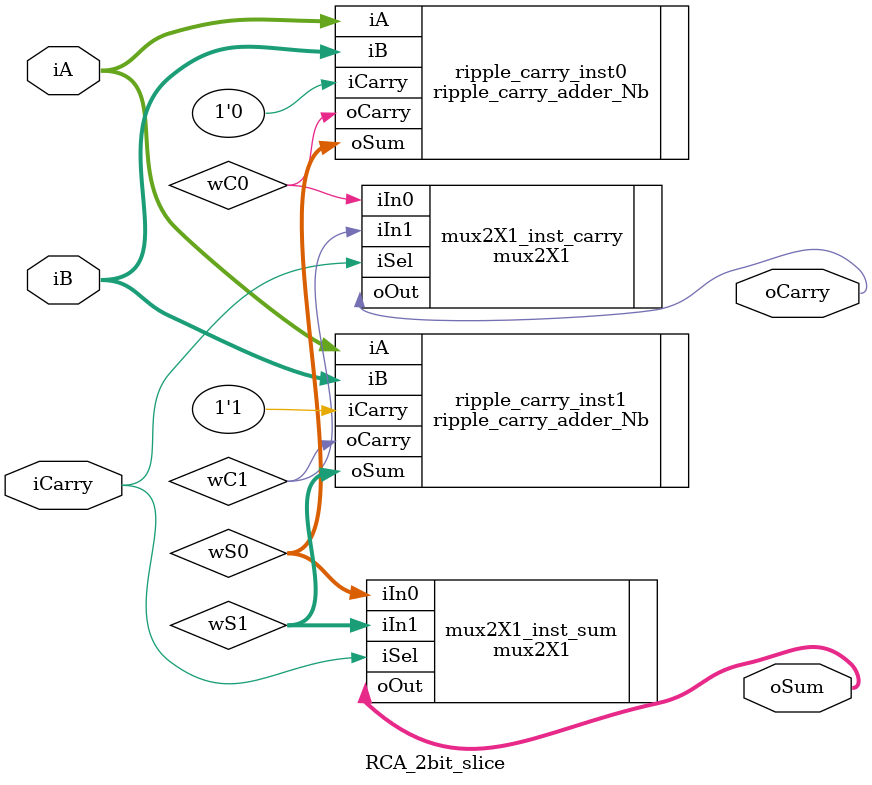
<source format=v>
module RCA_2bit_slice#(
    parameter   ADDER_WIDTH = 2
    )
(
    input   wire [ADDER_WIDTH-1:0]  iA, iB, 
    input   wire                    iCarry,
    output  wire [ADDER_WIDTH-1:0]  oSum, 
    output  wire                    oCarry
);
wire [ADDER_WIDTH-1:0] wS0, wS1;
wire wC0, wC1;

ripple_carry_adder_Nb #( .ADDER_WIDTH(ADDER_WIDTH)) ripple_carry_inst0
        (
        .iA( iA ), 
        .iB( iB ),
        .iCarry( 1'b0 ),
        .oSum(wS0),
        .oCarry(wC0)
      );
      
ripple_carry_adder_Nb #( .ADDER_WIDTH(ADDER_WIDTH)) ripple_carry_inst1
        (
        .iA( iA ), 
        .iB( iB ),
        .iCarry( 1'b1 ),
        .oSum(wS1),
        .oCarry(wC1)
      );
      
      mux2X1 #(ADDER_WIDTH) mux2X1_inst_sum(
        .iIn0( wS0 ),
        .iIn1( wS1 ),
        .iSel( iCarry ),
        .oOut( oSum )
        );
    
    mux2X1 #(1) mux2X1_inst_carry(
        .iIn0( wC0 ),
        .iIn1( wC1 ),
        .iSel( iCarry ),
        .oOut( oCarry )
        );
endmodule
</source>
